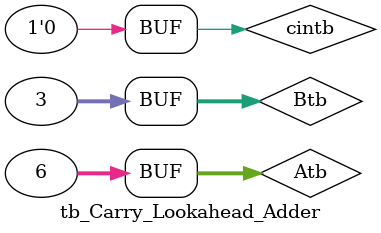
<source format=v>
`timescale 1ns / 1ps

module tb_Carry_Lookahead_Adder( );

 reg cintb;
 reg [31:0] Atb;
 reg [31:0] Btb;
 wire coutb;
 wire [31:0] sumtb;


Carry_Lookahead_Adder uut(
         .sum (sumtb[31:0]),
         .cout (coutb),
         .A (Atb[31:0]),
         .B (Btb[31:0]),
         .cin (cintb));

initial begin

  cintb = 1'b0;
  end

 initial begin

   Atb = 32'd10;
   Btb = 32'd10;
    #100;
    Atb = 32'd20;
    Btb = 32'd0;
    #100;
     Atb = 32'd14;
    Btb = 32'd13;
    #100;
    Atb = 32'd4;
    Btb = 32'd6;
    #100;
    Atb = 32'd7;
    Btb = 32'd1;
    #100;
    Atb = 32'd2;
   Btb = 32'd4;
    #100;
     Atb = 32'd6;
    Btb = 32'd13;
    #100;
    Atb = 32'd11;
    Btb = 32'd12;
    #100;
     #100;
     Atb = 32'd8;
    Btb = 32'd11;
    #100;
    Atb = 32'd6;
    Btb = 32'd3;
    #100;
  end

   
endmodule

</source>
